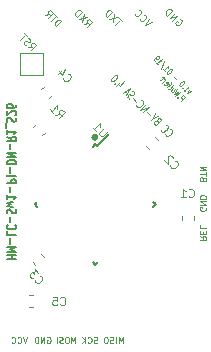
<source format=gbr>
%TF.GenerationSoftware,KiCad,Pcbnew,(5.0.2)-1*%
%TF.CreationDate,2019-01-25T23:08:12+01:00*%
%TF.ProjectId,HM-LC-Sw1-Pl-DN-R1_S26,484d2d4c-432d-4537-9731-2d506c2d444e,rev?*%
%TF.SameCoordinates,Original*%
%TF.FileFunction,Legend,Bot*%
%TF.FilePolarity,Positive*%
%FSLAX46Y46*%
G04 Gerber Fmt 4.6, Leading zero omitted, Abs format (unit mm)*
G04 Created by KiCad (PCBNEW (5.0.2)-1) date 25.01.2019 23:08:12*
%MOMM*%
%LPD*%
G01*
G04 APERTURE LIST*
%ADD10C,0.100000*%
%ADD11C,0.120000*%
%ADD12C,0.200000*%
%ADD13C,0.150000*%
G04 APERTURE END LIST*
D10*
X161297489Y-112440209D02*
X161535584Y-112606876D01*
X161297489Y-112725923D02*
X161797489Y-112725923D01*
X161797489Y-112535447D01*
X161773680Y-112487828D01*
X161749870Y-112464019D01*
X161702251Y-112440209D01*
X161630822Y-112440209D01*
X161583203Y-112464019D01*
X161559394Y-112487828D01*
X161535584Y-112535447D01*
X161535584Y-112725923D01*
X161559394Y-112225923D02*
X161559394Y-112059257D01*
X161297489Y-111987828D02*
X161297489Y-112225923D01*
X161797489Y-112225923D01*
X161797489Y-111987828D01*
X161297489Y-111535447D02*
X161297489Y-111773542D01*
X161797489Y-111773542D01*
X161569554Y-107584346D02*
X161545744Y-107512918D01*
X161521935Y-107489108D01*
X161474316Y-107465299D01*
X161402887Y-107465299D01*
X161355268Y-107489108D01*
X161331459Y-107512918D01*
X161307649Y-107560537D01*
X161307649Y-107751013D01*
X161807649Y-107751013D01*
X161807649Y-107584346D01*
X161783840Y-107536727D01*
X161760030Y-107512918D01*
X161712411Y-107489108D01*
X161664792Y-107489108D01*
X161617173Y-107512918D01*
X161593363Y-107536727D01*
X161569554Y-107584346D01*
X161569554Y-107751013D01*
X161807649Y-107322441D02*
X161807649Y-107036727D01*
X161307649Y-107179584D02*
X161807649Y-107179584D01*
X161307649Y-106870060D02*
X161807649Y-106870060D01*
X161307649Y-106584346D01*
X161807649Y-106584346D01*
X161783840Y-110012432D02*
X161807649Y-110060051D01*
X161807649Y-110131480D01*
X161783840Y-110202908D01*
X161736220Y-110250527D01*
X161688601Y-110274337D01*
X161593363Y-110298146D01*
X161521935Y-110298146D01*
X161426697Y-110274337D01*
X161379078Y-110250527D01*
X161331459Y-110202908D01*
X161307649Y-110131480D01*
X161307649Y-110083860D01*
X161331459Y-110012432D01*
X161355268Y-109988622D01*
X161521935Y-109988622D01*
X161521935Y-110083860D01*
X161307649Y-109774337D02*
X161807649Y-109774337D01*
X161307649Y-109488622D01*
X161807649Y-109488622D01*
X161307649Y-109250527D02*
X161807649Y-109250527D01*
X161807649Y-109131480D01*
X161783840Y-109060051D01*
X161736220Y-109012432D01*
X161688601Y-108988622D01*
X161593363Y-108964813D01*
X161521935Y-108964813D01*
X161426697Y-108988622D01*
X161379078Y-109012432D01*
X161331459Y-109060051D01*
X161307649Y-109131480D01*
X161307649Y-109250527D01*
D11*
X158380963Y-103784156D02*
X158374228Y-103824562D01*
X158401166Y-103898640D01*
X158434837Y-103932312D01*
X158508915Y-103959249D01*
X158589727Y-103945780D01*
X158653704Y-103915476D01*
X158764820Y-103838031D01*
X158835531Y-103767320D01*
X158912976Y-103656203D01*
X158943281Y-103592227D01*
X158956749Y-103511415D01*
X158929812Y-103437337D01*
X158896140Y-103403665D01*
X158822062Y-103376728D01*
X158781656Y-103383462D01*
X158027409Y-103430603D02*
X158020675Y-103471009D01*
X158047612Y-103545086D01*
X158081284Y-103578758D01*
X158155362Y-103605696D01*
X158236174Y-103592227D01*
X158300150Y-103561922D01*
X158411267Y-103484477D01*
X158481978Y-103413767D01*
X158559423Y-103302650D01*
X158589727Y-103238674D01*
X158603196Y-103157861D01*
X158576259Y-103083783D01*
X158542587Y-103050112D01*
X158468509Y-103023174D01*
X158428103Y-103029909D01*
X157700793Y-102679722D02*
X157626715Y-102652785D01*
X157586309Y-102659519D01*
X157522333Y-102689824D01*
X157451622Y-102760535D01*
X157421318Y-102824511D01*
X157414583Y-102864917D01*
X157424685Y-102922159D01*
X157559372Y-103056846D01*
X158054347Y-102561871D01*
X157936495Y-102444020D01*
X157879253Y-102433919D01*
X157838847Y-102440653D01*
X157774871Y-102470958D01*
X157727731Y-102518098D01*
X157697426Y-102582074D01*
X157690692Y-102622480D01*
X157700793Y-102679722D01*
X157818644Y-102797574D01*
X157374177Y-102400247D02*
X157138475Y-102635949D01*
X157751301Y-102258826D02*
X157374177Y-102400247D01*
X157515599Y-102023123D01*
X157091334Y-102211685D02*
X156821960Y-101942311D01*
X156465040Y-101962514D02*
X156960015Y-101467539D01*
X156263009Y-101760484D01*
X156757984Y-101265509D01*
X155939761Y-101342954D02*
X155933026Y-101383360D01*
X155959964Y-101457438D01*
X155993635Y-101491110D01*
X156067713Y-101518047D01*
X156148525Y-101504578D01*
X156212502Y-101474274D01*
X156323619Y-101396829D01*
X156394329Y-101326118D01*
X156471774Y-101215001D01*
X156502079Y-101151025D01*
X156515547Y-101070213D01*
X156488610Y-100996135D01*
X156454938Y-100962463D01*
X156380860Y-100935526D01*
X156340454Y-100942260D01*
X155929659Y-101050010D02*
X155660285Y-100780636D01*
X155343771Y-100794104D02*
X155269693Y-100767167D01*
X155185513Y-100682988D01*
X155175412Y-100625746D01*
X155182146Y-100585340D01*
X155212451Y-100521363D01*
X155259591Y-100474223D01*
X155323567Y-100443918D01*
X155363974Y-100437184D01*
X155421216Y-100447285D01*
X155512129Y-100491059D01*
X155569371Y-100501160D01*
X155609777Y-100494426D01*
X155673754Y-100464121D01*
X155720894Y-100416981D01*
X155751199Y-100353004D01*
X155757933Y-100312598D01*
X155747832Y-100255356D01*
X155663652Y-100171177D01*
X155589574Y-100144240D01*
X155124904Y-100339536D02*
X154956545Y-100171177D01*
X155017155Y-100514629D02*
X155394278Y-99901803D01*
X154781452Y-100278927D01*
X154572687Y-99410195D02*
X154242704Y-99740179D01*
X154845429Y-99305813D02*
X154576055Y-99743546D01*
X154357188Y-99524679D01*
X154104650Y-99507843D02*
X154064244Y-99514578D01*
X154057510Y-99554984D01*
X154097916Y-99548250D01*
X154104650Y-99507843D01*
X154057510Y-99554984D01*
X154316782Y-98824307D02*
X154283110Y-98790635D01*
X154225868Y-98780534D01*
X154185462Y-98787268D01*
X154121486Y-98817573D01*
X154010369Y-98895018D01*
X153892518Y-99012869D01*
X153815073Y-99123986D01*
X153784768Y-99187962D01*
X153778034Y-99228368D01*
X153788136Y-99285610D01*
X153821807Y-99319282D01*
X153879049Y-99329383D01*
X153919455Y-99322649D01*
X153983432Y-99292344D01*
X154094549Y-99214899D01*
X154212400Y-99097048D01*
X154289845Y-98985931D01*
X154320149Y-98921955D01*
X154326884Y-98881549D01*
X154316782Y-98824307D01*
D12*
X152622892Y-104068880D02*
G75*
G03X152622892Y-104068880I-215586J0D01*
G01*
X152512824Y-104053640D02*
G75*
G03X152512824Y-104053640I-97584J0D01*
G01*
D10*
X146665866Y-120985790D02*
X146499200Y-121485790D01*
X146332533Y-120985790D01*
X145880152Y-121438171D02*
X145903961Y-121461980D01*
X145975390Y-121485790D01*
X146023009Y-121485790D01*
X146094438Y-121461980D01*
X146142057Y-121414361D01*
X146165866Y-121366742D01*
X146189676Y-121271504D01*
X146189676Y-121200076D01*
X146165866Y-121104838D01*
X146142057Y-121057219D01*
X146094438Y-121009600D01*
X146023009Y-120985790D01*
X145975390Y-120985790D01*
X145903961Y-121009600D01*
X145880152Y-121033409D01*
X145380152Y-121438171D02*
X145403961Y-121461980D01*
X145475390Y-121485790D01*
X145523009Y-121485790D01*
X145594438Y-121461980D01*
X145642057Y-121414361D01*
X145665866Y-121366742D01*
X145689676Y-121271504D01*
X145689676Y-121200076D01*
X145665866Y-121104838D01*
X145642057Y-121057219D01*
X145594438Y-121009600D01*
X145523009Y-120985790D01*
X145475390Y-120985790D01*
X145403961Y-121009600D01*
X145380152Y-121033409D01*
X148386752Y-121009600D02*
X148434371Y-120985790D01*
X148505800Y-120985790D01*
X148577228Y-121009600D01*
X148624847Y-121057219D01*
X148648657Y-121104838D01*
X148672466Y-121200076D01*
X148672466Y-121271504D01*
X148648657Y-121366742D01*
X148624847Y-121414361D01*
X148577228Y-121461980D01*
X148505800Y-121485790D01*
X148458180Y-121485790D01*
X148386752Y-121461980D01*
X148362942Y-121438171D01*
X148362942Y-121271504D01*
X148458180Y-121271504D01*
X148148657Y-121485790D02*
X148148657Y-120985790D01*
X147862942Y-121485790D01*
X147862942Y-120985790D01*
X147624847Y-121485790D02*
X147624847Y-120985790D01*
X147505800Y-120985790D01*
X147434371Y-121009600D01*
X147386752Y-121057219D01*
X147362942Y-121104838D01*
X147339133Y-121200076D01*
X147339133Y-121271504D01*
X147362942Y-121366742D01*
X147386752Y-121414361D01*
X147434371Y-121461980D01*
X147505800Y-121485790D01*
X147624847Y-121485790D01*
X160549474Y-100181509D02*
X160246428Y-100349868D01*
X160414787Y-100046822D01*
X159923179Y-100026619D02*
X160084804Y-100188243D01*
X160003992Y-100107431D02*
X160357545Y-99753878D01*
X160333975Y-99831323D01*
X160327240Y-99891932D01*
X160337342Y-99935705D01*
X159835633Y-99871729D02*
X159805328Y-99875096D01*
X159801961Y-99905401D01*
X159832266Y-99902033D01*
X159835633Y-99871729D01*
X159801961Y-99905401D01*
X159966953Y-99363285D02*
X159940015Y-99336348D01*
X159896242Y-99326247D01*
X159865937Y-99329614D01*
X159818797Y-99349817D01*
X159737985Y-99403692D01*
X159653805Y-99487871D01*
X159599931Y-99568683D01*
X159579727Y-99615824D01*
X159576360Y-99646128D01*
X159586462Y-99689901D01*
X159613399Y-99716839D01*
X159657172Y-99726940D01*
X159687477Y-99723573D01*
X159734618Y-99703370D01*
X159815430Y-99649495D01*
X159899609Y-99565316D01*
X159953484Y-99484504D01*
X159973687Y-99437363D01*
X159977054Y-99407059D01*
X159966953Y-99363285D01*
X159317088Y-99151153D02*
X159101589Y-98935654D01*
X158916394Y-98312727D02*
X158889457Y-98285789D01*
X158845683Y-98275688D01*
X158815379Y-98279055D01*
X158768238Y-98299258D01*
X158687426Y-98353133D01*
X158603247Y-98437312D01*
X158549372Y-98518124D01*
X158529169Y-98565265D01*
X158525802Y-98595570D01*
X158535903Y-98639343D01*
X158562841Y-98666280D01*
X158606614Y-98676382D01*
X158636918Y-98673015D01*
X158684059Y-98652811D01*
X158764871Y-98598937D01*
X158849050Y-98514757D01*
X158902925Y-98433945D01*
X158923128Y-98386805D01*
X158926495Y-98356500D01*
X158916394Y-98312727D01*
X158199186Y-98302625D02*
X158360810Y-98464250D01*
X158279998Y-98383437D02*
X158633551Y-98029884D01*
X158609981Y-98107329D01*
X158603247Y-98167938D01*
X158613348Y-98211712D01*
X158246326Y-97608987D02*
X158034194Y-98305992D01*
X157633500Y-97736940D02*
X157795125Y-97898564D01*
X157714312Y-97817752D02*
X158067866Y-97464199D01*
X158044296Y-97541644D01*
X158037561Y-97602253D01*
X158047663Y-97646026D01*
X157498813Y-97602253D02*
X157444938Y-97548378D01*
X157434837Y-97504605D01*
X157438204Y-97474300D01*
X157461774Y-97396855D01*
X157515649Y-97316043D01*
X157650336Y-97181356D01*
X157697477Y-97161153D01*
X157727781Y-97157786D01*
X157771554Y-97167887D01*
X157825429Y-97221762D01*
X157835531Y-97265535D01*
X157832164Y-97295840D01*
X157811961Y-97342980D01*
X157727781Y-97427160D01*
X157680641Y-97447363D01*
X157650336Y-97450730D01*
X157606563Y-97440628D01*
X157552688Y-97386754D01*
X157542586Y-97342980D01*
X157545954Y-97312676D01*
X157566157Y-97265535D01*
X159685793Y-100991315D02*
X160039347Y-100637761D01*
X159931597Y-100530012D01*
X159887824Y-100519910D01*
X159857519Y-100523278D01*
X159810379Y-100543481D01*
X159759871Y-100593988D01*
X159739668Y-100641129D01*
X159736301Y-100671433D01*
X159746402Y-100715207D01*
X159854152Y-100822956D01*
X159436622Y-100674800D02*
X159406318Y-100678168D01*
X159402951Y-100708472D01*
X159433255Y-100705105D01*
X159436622Y-100674800D01*
X159402951Y-100708472D01*
X159648754Y-100247169D02*
X159227857Y-100533379D01*
X159426521Y-100226966D01*
X159120108Y-100425629D01*
X159406318Y-100004733D01*
X159059499Y-99893616D02*
X158823796Y-100129318D01*
X159180717Y-100014834D02*
X158995522Y-100200029D01*
X158948382Y-100220232D01*
X158904609Y-100210130D01*
X158864203Y-100169724D01*
X158854101Y-100125951D01*
X158857468Y-100095646D01*
X158648703Y-99954225D02*
X158692477Y-99964326D01*
X158739617Y-99944123D01*
X159042663Y-99641078D01*
X158817062Y-99651179D02*
X158709312Y-99543430D01*
X158540954Y-99846475D02*
X158843999Y-99543430D01*
X158864203Y-99496289D01*
X158854101Y-99452516D01*
X158827164Y-99425578D01*
X158288416Y-99560265D02*
X158298517Y-99604039D01*
X158352392Y-99657914D01*
X158396165Y-99668015D01*
X158443306Y-99647812D01*
X158577993Y-99513125D01*
X158598196Y-99465985D01*
X158588094Y-99422211D01*
X158534219Y-99368336D01*
X158490446Y-99358235D01*
X158443306Y-99378438D01*
X158409634Y-99412110D01*
X158510649Y-99580468D01*
X158136893Y-99442414D02*
X158372595Y-99206712D01*
X158305251Y-99274056D02*
X158325454Y-99226915D01*
X158328822Y-99196611D01*
X158318720Y-99152837D01*
X158291783Y-99125900D01*
X158237908Y-99072025D02*
X158130158Y-98964275D01*
X158315353Y-98913768D02*
X158012307Y-99216814D01*
X157965167Y-99237017D01*
X157921393Y-99226915D01*
X157894456Y-99199978D01*
D13*
X144961655Y-114376017D02*
X145761655Y-114376017D01*
X145380702Y-114376017D02*
X145380702Y-114033160D01*
X144961655Y-114033160D02*
X145761655Y-114033160D01*
X144961655Y-113747445D02*
X145761655Y-113747445D01*
X145190226Y-113547445D01*
X145761655Y-113347445D01*
X144961655Y-113347445D01*
X145266417Y-113061731D02*
X145266417Y-112604588D01*
X144961655Y-112033160D02*
X144961655Y-112318874D01*
X145761655Y-112318874D01*
X145037845Y-111490302D02*
X144999750Y-111518874D01*
X144961655Y-111604588D01*
X144961655Y-111661731D01*
X144999750Y-111747445D01*
X145075940Y-111804588D01*
X145152131Y-111833160D01*
X145304512Y-111861731D01*
X145418798Y-111861731D01*
X145571179Y-111833160D01*
X145647369Y-111804588D01*
X145723560Y-111747445D01*
X145761655Y-111661731D01*
X145761655Y-111604588D01*
X145723560Y-111518874D01*
X145685464Y-111490302D01*
X145266417Y-111233160D02*
X145266417Y-110776017D01*
X144999750Y-110518874D02*
X144961655Y-110433160D01*
X144961655Y-110290302D01*
X144999750Y-110233160D01*
X145037845Y-110204588D01*
X145114036Y-110176017D01*
X145190226Y-110176017D01*
X145266417Y-110204588D01*
X145304512Y-110233160D01*
X145342607Y-110290302D01*
X145380702Y-110404588D01*
X145418798Y-110461731D01*
X145456893Y-110490302D01*
X145533083Y-110518874D01*
X145609274Y-110518874D01*
X145685464Y-110490302D01*
X145723560Y-110461731D01*
X145761655Y-110404588D01*
X145761655Y-110261731D01*
X145723560Y-110176017D01*
X145494988Y-109976017D02*
X144961655Y-109861731D01*
X145342607Y-109747445D01*
X144961655Y-109633160D01*
X145494988Y-109518874D01*
X144961655Y-108976017D02*
X144961655Y-109318874D01*
X144961655Y-109147445D02*
X145761655Y-109147445D01*
X145647369Y-109204588D01*
X145571179Y-109261731D01*
X145533083Y-109318874D01*
X145266417Y-108718874D02*
X145266417Y-108261731D01*
X144961655Y-107976017D02*
X145761655Y-107976017D01*
X145761655Y-107747445D01*
X145723560Y-107690302D01*
X145685464Y-107661731D01*
X145609274Y-107633160D01*
X145494988Y-107633160D01*
X145418798Y-107661731D01*
X145380702Y-107690302D01*
X145342607Y-107747445D01*
X145342607Y-107976017D01*
X144961655Y-107290302D02*
X144999750Y-107347445D01*
X145075940Y-107376017D01*
X145761655Y-107376017D01*
X145266417Y-107061731D02*
X145266417Y-106604588D01*
X144961655Y-106318874D02*
X145761655Y-106318874D01*
X145761655Y-106176017D01*
X145723560Y-106090302D01*
X145647369Y-106033160D01*
X145571179Y-106004588D01*
X145418798Y-105976017D01*
X145304512Y-105976017D01*
X145152131Y-106004588D01*
X145075940Y-106033160D01*
X144999750Y-106090302D01*
X144961655Y-106176017D01*
X144961655Y-106318874D01*
X144961655Y-105718874D02*
X145761655Y-105718874D01*
X144961655Y-105376017D01*
X145761655Y-105376017D01*
X145266417Y-105090302D02*
X145266417Y-104633160D01*
X144961655Y-104004588D02*
X145342607Y-104204588D01*
X144961655Y-104347445D02*
X145761655Y-104347445D01*
X145761655Y-104118874D01*
X145723560Y-104061731D01*
X145685464Y-104033160D01*
X145609274Y-104004588D01*
X145494988Y-104004588D01*
X145418798Y-104033160D01*
X145380702Y-104061731D01*
X145342607Y-104118874D01*
X145342607Y-104347445D01*
X144961655Y-103433160D02*
X144961655Y-103776017D01*
X144961655Y-103604588D02*
X145761655Y-103604588D01*
X145647369Y-103661731D01*
X145571179Y-103718874D01*
X145533083Y-103776017D01*
X144885464Y-103318874D02*
X144885464Y-102861731D01*
X144999750Y-102747445D02*
X144961655Y-102661731D01*
X144961655Y-102518874D01*
X144999750Y-102461731D01*
X145037845Y-102433160D01*
X145114036Y-102404588D01*
X145190226Y-102404588D01*
X145266417Y-102433160D01*
X145304512Y-102461731D01*
X145342607Y-102518874D01*
X145380702Y-102633160D01*
X145418798Y-102690302D01*
X145456893Y-102718874D01*
X145533083Y-102747445D01*
X145609274Y-102747445D01*
X145685464Y-102718874D01*
X145723560Y-102690302D01*
X145761655Y-102633160D01*
X145761655Y-102490302D01*
X145723560Y-102404588D01*
X145685464Y-102176017D02*
X145723560Y-102147445D01*
X145761655Y-102090302D01*
X145761655Y-101947445D01*
X145723560Y-101890302D01*
X145685464Y-101861731D01*
X145609274Y-101833160D01*
X145533083Y-101833160D01*
X145418798Y-101861731D01*
X144961655Y-102204588D01*
X144961655Y-101833160D01*
X145761655Y-101318874D02*
X145761655Y-101433160D01*
X145723560Y-101490302D01*
X145685464Y-101518874D01*
X145571179Y-101576017D01*
X145418798Y-101604588D01*
X145114036Y-101604588D01*
X145037845Y-101576017D01*
X144999750Y-101547445D01*
X144961655Y-101490302D01*
X144961655Y-101376017D01*
X144999750Y-101318874D01*
X145037845Y-101290302D01*
X145114036Y-101261731D01*
X145304512Y-101261731D01*
X145380702Y-101290302D01*
X145418798Y-101318874D01*
X145456893Y-101376017D01*
X145456893Y-101490302D01*
X145418798Y-101547445D01*
X145380702Y-101576017D01*
X145304512Y-101604588D01*
D10*
X150757474Y-121485790D02*
X150757474Y-120985790D01*
X150590807Y-121342933D01*
X150424140Y-120985790D01*
X150424140Y-121485790D01*
X150090807Y-120985790D02*
X149995569Y-120985790D01*
X149947950Y-121009600D01*
X149900331Y-121057219D01*
X149876521Y-121152457D01*
X149876521Y-121319123D01*
X149900331Y-121414361D01*
X149947950Y-121461980D01*
X149995569Y-121485790D01*
X150090807Y-121485790D01*
X150138426Y-121461980D01*
X150186045Y-121414361D01*
X150209855Y-121319123D01*
X150209855Y-121152457D01*
X150186045Y-121057219D01*
X150138426Y-121009600D01*
X150090807Y-120985790D01*
X149686045Y-121461980D02*
X149614617Y-121485790D01*
X149495569Y-121485790D01*
X149447950Y-121461980D01*
X149424140Y-121438171D01*
X149400331Y-121390552D01*
X149400331Y-121342933D01*
X149424140Y-121295314D01*
X149447950Y-121271504D01*
X149495569Y-121247695D01*
X149590807Y-121223885D01*
X149638426Y-121200076D01*
X149662236Y-121176266D01*
X149686045Y-121128647D01*
X149686045Y-121081028D01*
X149662236Y-121033409D01*
X149638426Y-121009600D01*
X149590807Y-120985790D01*
X149471760Y-120985790D01*
X149400331Y-121009600D01*
X149186045Y-121485790D02*
X149186045Y-120985790D01*
X152611057Y-121456900D02*
X152539628Y-121480710D01*
X152420580Y-121480710D01*
X152372961Y-121456900D01*
X152349152Y-121433091D01*
X152325342Y-121385472D01*
X152325342Y-121337853D01*
X152349152Y-121290234D01*
X152372961Y-121266424D01*
X152420580Y-121242615D01*
X152515819Y-121218805D01*
X152563438Y-121194996D01*
X152587247Y-121171186D01*
X152611057Y-121123567D01*
X152611057Y-121075948D01*
X152587247Y-121028329D01*
X152563438Y-121004520D01*
X152515819Y-120980710D01*
X152396771Y-120980710D01*
X152325342Y-121004520D01*
X151825342Y-121433091D02*
X151849152Y-121456900D01*
X151920580Y-121480710D01*
X151968200Y-121480710D01*
X152039628Y-121456900D01*
X152087247Y-121409281D01*
X152111057Y-121361662D01*
X152134866Y-121266424D01*
X152134866Y-121194996D01*
X152111057Y-121099758D01*
X152087247Y-121052139D01*
X152039628Y-121004520D01*
X151968200Y-120980710D01*
X151920580Y-120980710D01*
X151849152Y-121004520D01*
X151825342Y-121028329D01*
X151611057Y-121480710D02*
X151611057Y-120980710D01*
X151325342Y-121480710D02*
X151539628Y-121194996D01*
X151325342Y-120980710D02*
X151611057Y-121266424D01*
X154760514Y-121475630D02*
X154760514Y-120975630D01*
X154593847Y-121332773D01*
X154427180Y-120975630D01*
X154427180Y-121475630D01*
X154189085Y-121475630D02*
X154189085Y-120975630D01*
X153974800Y-121451820D02*
X153903371Y-121475630D01*
X153784323Y-121475630D01*
X153736704Y-121451820D01*
X153712895Y-121428011D01*
X153689085Y-121380392D01*
X153689085Y-121332773D01*
X153712895Y-121285154D01*
X153736704Y-121261344D01*
X153784323Y-121237535D01*
X153879561Y-121213725D01*
X153927180Y-121189916D01*
X153950990Y-121166106D01*
X153974800Y-121118487D01*
X153974800Y-121070868D01*
X153950990Y-121023249D01*
X153927180Y-120999440D01*
X153879561Y-120975630D01*
X153760514Y-120975630D01*
X153689085Y-120999440D01*
X153379561Y-120975630D02*
X153284323Y-120975630D01*
X153236704Y-120999440D01*
X153189085Y-121047059D01*
X153165276Y-121142297D01*
X153165276Y-121308963D01*
X153189085Y-121404201D01*
X153236704Y-121451820D01*
X153284323Y-121475630D01*
X153379561Y-121475630D01*
X153427180Y-121451820D01*
X153474800Y-121404201D01*
X153498609Y-121308963D01*
X153498609Y-121142297D01*
X153474800Y-121047059D01*
X153427180Y-120999440D01*
X153379561Y-120975630D01*
X146750806Y-96461664D02*
X147094257Y-96401054D01*
X146993242Y-96704100D02*
X147417506Y-96279836D01*
X147255882Y-96118212D01*
X147195273Y-96098009D01*
X147154867Y-96098009D01*
X147094257Y-96118212D01*
X147033648Y-96178821D01*
X147013445Y-96239430D01*
X147013445Y-96279836D01*
X147033648Y-96340445D01*
X147195273Y-96502070D01*
X146609384Y-96279836D02*
X146528572Y-96239430D01*
X146427557Y-96138415D01*
X146407354Y-96077806D01*
X146407354Y-96037400D01*
X146427557Y-95976790D01*
X146467963Y-95936384D01*
X146528572Y-95916181D01*
X146568978Y-95916181D01*
X146629587Y-95936384D01*
X146730603Y-95996993D01*
X146791212Y-96017196D01*
X146831618Y-96017196D01*
X146892227Y-95996993D01*
X146932633Y-95956587D01*
X146952836Y-95895978D01*
X146952836Y-95855572D01*
X146932633Y-95794963D01*
X146831618Y-95693948D01*
X146750806Y-95653542D01*
X146649790Y-95512120D02*
X146407354Y-95269684D01*
X146104308Y-95815166D02*
X146528572Y-95390902D01*
X149162344Y-94682202D02*
X149586608Y-94257938D01*
X149485593Y-94156922D01*
X149404780Y-94116516D01*
X149323968Y-94116516D01*
X149263359Y-94136719D01*
X149162344Y-94197328D01*
X149101735Y-94257938D01*
X149041125Y-94358953D01*
X149020922Y-94419562D01*
X149020922Y-94500374D01*
X149061328Y-94581186D01*
X149162344Y-94682202D01*
X149222953Y-93894283D02*
X148980516Y-93651846D01*
X148677471Y-94197328D02*
X149101735Y-93773064D01*
X148172394Y-93692252D02*
X148515846Y-93631643D01*
X148414831Y-93934689D02*
X148839095Y-93510425D01*
X148677471Y-93348800D01*
X148616861Y-93328597D01*
X148576455Y-93328597D01*
X148515846Y-93348800D01*
X148455237Y-93409409D01*
X148435034Y-93470019D01*
X148435034Y-93510425D01*
X148455237Y-93571034D01*
X148616861Y-93732658D01*
X151474913Y-94454771D02*
X151818365Y-94394162D01*
X151717350Y-94697208D02*
X152141614Y-94272944D01*
X151979990Y-94111319D01*
X151919380Y-94091116D01*
X151878974Y-94091116D01*
X151818365Y-94111319D01*
X151757756Y-94171928D01*
X151737553Y-94232538D01*
X151737553Y-94272944D01*
X151757756Y-94333553D01*
X151919380Y-94495177D01*
X151757756Y-93889086D02*
X151050649Y-94030507D01*
X151474913Y-93606243D02*
X151333492Y-94313350D01*
X150889025Y-93868883D02*
X151313289Y-93444619D01*
X151212274Y-93343603D01*
X151131461Y-93303197D01*
X151050649Y-93303197D01*
X150990040Y-93323400D01*
X150889025Y-93384009D01*
X150828416Y-93444619D01*
X150767806Y-93545634D01*
X150747603Y-93606243D01*
X150747603Y-93687055D01*
X150788009Y-93767867D01*
X150889025Y-93868883D01*
X154691715Y-94232245D02*
X154449279Y-93989809D01*
X154146233Y-94535291D02*
X154570497Y-94111027D01*
X154348264Y-93888793D02*
X153641157Y-94030215D01*
X154065421Y-93605951D02*
X153924000Y-94313057D01*
X153479532Y-93868590D02*
X153903796Y-93444326D01*
X153802781Y-93343311D01*
X153721969Y-93302905D01*
X153641157Y-93302905D01*
X153580548Y-93323108D01*
X153479532Y-93383717D01*
X153418923Y-93444326D01*
X153358314Y-93545342D01*
X153338111Y-93605951D01*
X153338111Y-93686763D01*
X153378517Y-93767575D01*
X153479532Y-93868590D01*
X157262020Y-94313350D02*
X156696335Y-94596193D01*
X156979177Y-94030507D01*
X156211461Y-94030507D02*
X156211461Y-94070913D01*
X156251867Y-94151725D01*
X156292274Y-94192132D01*
X156373086Y-94232538D01*
X156453898Y-94232538D01*
X156514507Y-94212335D01*
X156615522Y-94151725D01*
X156676132Y-94091116D01*
X156736741Y-93990101D01*
X156756944Y-93929492D01*
X156756944Y-93848680D01*
X156716538Y-93767867D01*
X156676132Y-93727461D01*
X156595319Y-93687055D01*
X156554913Y-93687055D01*
X155787197Y-93606243D02*
X155787197Y-93646649D01*
X155827603Y-93727461D01*
X155868009Y-93767867D01*
X155948822Y-93808274D01*
X156029634Y-93808274D01*
X156090243Y-93788071D01*
X156191258Y-93727461D01*
X156251867Y-93666852D01*
X156312477Y-93565837D01*
X156332680Y-93505228D01*
X156332680Y-93424416D01*
X156292274Y-93343603D01*
X156251867Y-93303197D01*
X156171055Y-93262791D01*
X156130649Y-93262791D01*
X159590180Y-94014916D02*
X159650790Y-94035119D01*
X159711399Y-94095728D01*
X159751805Y-94176541D01*
X159751805Y-94257353D01*
X159731602Y-94317962D01*
X159670993Y-94418977D01*
X159610383Y-94479586D01*
X159509368Y-94540196D01*
X159448759Y-94560399D01*
X159367947Y-94560399D01*
X159287135Y-94519993D01*
X159246728Y-94479586D01*
X159206322Y-94398774D01*
X159206322Y-94358368D01*
X159347744Y-94216947D01*
X159428556Y-94297759D01*
X158984089Y-94216947D02*
X159408353Y-93792683D01*
X158741652Y-93974510D01*
X159165916Y-93550246D01*
X158539622Y-93772480D02*
X158963886Y-93348216D01*
X158862871Y-93247200D01*
X158782058Y-93206794D01*
X158701246Y-93206794D01*
X158640637Y-93226997D01*
X158539622Y-93287606D01*
X158479013Y-93348216D01*
X158418403Y-93449231D01*
X158398200Y-93509840D01*
X158398200Y-93590652D01*
X158438606Y-93671464D01*
X158539622Y-93772480D01*
D11*
X160784000Y-111047348D02*
X160784000Y-110704812D01*
X159764000Y-111047348D02*
X159764000Y-110704812D01*
X157011880Y-105017969D02*
X156769671Y-104775760D01*
X157733129Y-104296720D02*
X157490920Y-104054511D01*
X148106529Y-114162080D02*
X147864320Y-113919871D01*
X147385280Y-114883329D02*
X147143071Y-114641120D01*
X148081240Y-99772071D02*
X147839031Y-100014280D01*
X148802489Y-100493320D02*
X148560280Y-100735529D01*
X146874413Y-117442520D02*
X147216947Y-117442520D01*
X146874413Y-118462520D02*
X147216947Y-118462520D01*
X146116000Y-96941600D02*
X148016000Y-96941600D01*
X148016000Y-96941600D02*
X148016000Y-98791600D01*
X148016000Y-98791600D02*
X146166000Y-98791600D01*
X146166000Y-98791600D02*
X146116000Y-98791600D01*
X146116000Y-98791600D02*
X146116000Y-96941600D01*
X147451320Y-102941991D02*
X147209111Y-103184200D01*
X148172569Y-103663240D02*
X147930360Y-103905449D01*
D13*
X152450800Y-104626876D02*
X152609899Y-104785975D01*
X147324276Y-109753400D02*
X147554086Y-109983210D01*
X152450800Y-114879924D02*
X152220990Y-114650114D01*
X157577324Y-109753400D02*
X157347514Y-109523590D01*
X152450800Y-104626876D02*
X152220990Y-104856686D01*
X157577324Y-109753400D02*
X157347514Y-109983210D01*
X152450800Y-114879924D02*
X152680610Y-114650114D01*
X147324276Y-109753400D02*
X147554086Y-109523590D01*
X152609899Y-104785975D02*
X153617526Y-103778348D01*
D10*
X160380506Y-109053440D02*
X160413840Y-109086773D01*
X160513840Y-109120106D01*
X160580506Y-109120106D01*
X160680506Y-109086773D01*
X160747173Y-109020106D01*
X160780506Y-108953440D01*
X160813840Y-108820106D01*
X160813840Y-108720106D01*
X160780506Y-108586773D01*
X160747173Y-108520106D01*
X160680506Y-108453440D01*
X160580506Y-108420106D01*
X160513840Y-108420106D01*
X160413840Y-108453440D01*
X160380506Y-108486773D01*
X159713840Y-109120106D02*
X160113840Y-109120106D01*
X159913840Y-109120106D02*
X159913840Y-108420106D01*
X159980506Y-108520106D01*
X160047173Y-108586773D01*
X160113840Y-108620106D01*
X158808119Y-106446512D02*
X158808119Y-106493652D01*
X158855259Y-106587933D01*
X158902400Y-106635074D01*
X158996680Y-106682214D01*
X159090961Y-106682214D01*
X159161672Y-106658644D01*
X159279523Y-106587933D01*
X159350234Y-106517223D01*
X159420944Y-106399372D01*
X159444515Y-106328661D01*
X159444515Y-106234380D01*
X159397374Y-106140099D01*
X159350234Y-106092959D01*
X159255953Y-106045818D01*
X159208812Y-106045818D01*
X159020251Y-105857256D02*
X159020251Y-105810116D01*
X158996680Y-105739405D01*
X158878829Y-105621554D01*
X158808119Y-105597984D01*
X158760978Y-105597984D01*
X158690267Y-105621554D01*
X158643127Y-105668695D01*
X158595987Y-105762975D01*
X158595987Y-106328661D01*
X158289574Y-106022248D01*
X147332399Y-116169631D02*
X147332399Y-116216771D01*
X147379539Y-116311052D01*
X147426680Y-116358193D01*
X147520960Y-116405333D01*
X147615241Y-116405333D01*
X147685952Y-116381763D01*
X147803803Y-116311052D01*
X147874514Y-116240342D01*
X147945224Y-116122491D01*
X147968795Y-116051780D01*
X147968795Y-115957499D01*
X147921654Y-115863218D01*
X147874514Y-115816078D01*
X147780233Y-115768937D01*
X147733092Y-115768937D01*
X147615241Y-115556805D02*
X147308828Y-115250392D01*
X147285258Y-115603946D01*
X147214547Y-115533235D01*
X147143837Y-115509665D01*
X147096696Y-115509665D01*
X147025986Y-115533235D01*
X146908135Y-115651086D01*
X146884564Y-115721797D01*
X146884564Y-115768937D01*
X146908135Y-115839648D01*
X147049556Y-115981069D01*
X147120267Y-116004639D01*
X147167407Y-116004639D01*
X149735239Y-99070351D02*
X149735239Y-99117491D01*
X149782379Y-99211772D01*
X149829520Y-99258913D01*
X149923800Y-99306053D01*
X150018081Y-99306053D01*
X150088792Y-99282483D01*
X150206643Y-99211772D01*
X150277354Y-99141062D01*
X150348064Y-99023211D01*
X150371635Y-98952500D01*
X150371635Y-98858219D01*
X150324494Y-98763938D01*
X150277354Y-98716798D01*
X150183073Y-98669657D01*
X150135932Y-98669657D01*
X149593817Y-98363244D02*
X149263834Y-98693227D01*
X149900230Y-98292534D02*
X149664528Y-98763938D01*
X149358115Y-98457525D01*
X149483906Y-118207600D02*
X149517240Y-118240933D01*
X149617240Y-118274266D01*
X149683906Y-118274266D01*
X149783906Y-118240933D01*
X149850573Y-118174266D01*
X149883906Y-118107600D01*
X149917240Y-117974266D01*
X149917240Y-117874266D01*
X149883906Y-117740933D01*
X149850573Y-117674266D01*
X149783906Y-117607600D01*
X149683906Y-117574266D01*
X149617240Y-117574266D01*
X149517240Y-117607600D01*
X149483906Y-117640933D01*
X148850573Y-117574266D02*
X149183906Y-117574266D01*
X149217240Y-117907600D01*
X149183906Y-117874266D01*
X149117240Y-117840933D01*
X148950573Y-117840933D01*
X148883906Y-117874266D01*
X148850573Y-117907600D01*
X148817240Y-117974266D01*
X148817240Y-118140933D01*
X148850573Y-118207600D01*
X148883906Y-118240933D01*
X148950573Y-118274266D01*
X149117240Y-118274266D01*
X149183906Y-118240933D01*
X149217240Y-118207600D01*
X149078498Y-102175652D02*
X149479192Y-102104942D01*
X149361341Y-102458495D02*
X149856316Y-101963520D01*
X149667754Y-101774959D01*
X149597043Y-101751388D01*
X149549903Y-101751388D01*
X149479192Y-101774959D01*
X149408481Y-101845669D01*
X149384911Y-101916380D01*
X149384911Y-101963520D01*
X149408481Y-102034231D01*
X149597043Y-102222793D01*
X148607094Y-101704248D02*
X148889936Y-101987091D01*
X148748515Y-101845669D02*
X149243490Y-101350695D01*
X149219920Y-101468546D01*
X149219920Y-101562827D01*
X149243490Y-101633537D01*
X153505381Y-103524706D02*
X153104687Y-103925399D01*
X153033976Y-103948970D01*
X152986836Y-103948970D01*
X152916125Y-103925399D01*
X152821844Y-103831118D01*
X152798274Y-103760408D01*
X152798274Y-103713267D01*
X152821844Y-103642557D01*
X153222538Y-103241863D01*
X152232589Y-103241863D02*
X152515431Y-103524706D01*
X152374010Y-103383284D02*
X152868985Y-102888309D01*
X152845414Y-103006161D01*
X152845414Y-103100441D01*
X152868985Y-103171152D01*
M02*

</source>
